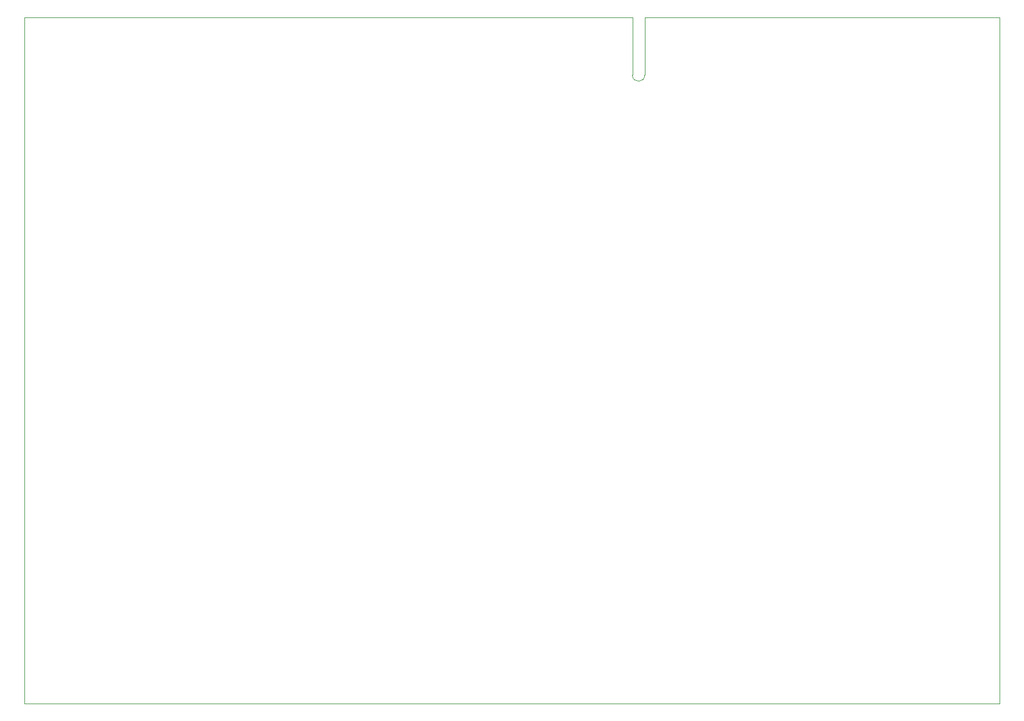
<source format=gm1>
%TF.GenerationSoftware,KiCad,Pcbnew,(5.1.8)-1*%
%TF.CreationDate,2020-12-05T18:28:33+00:00*%
%TF.ProjectId,ZX21,5a583231-2e6b-4696-9361-645f70636258,v01*%
%TF.SameCoordinates,Original*%
%TF.FileFunction,Profile,NP*%
%FSLAX46Y46*%
G04 Gerber Fmt 4.6, Leading zero omitted, Abs format (unit mm)*
G04 Created by KiCad (PCBNEW (5.1.8)-1) date 2020-12-05 18:28:33*
%MOMM*%
%LPD*%
G01*
G04 APERTURE LIST*
%TA.AperFunction,Profile*%
%ADD10C,0.050000*%
%TD*%
G04 APERTURE END LIST*
D10*
X121300000Y-45400000D02*
G75*
G02*
X119500000Y-45400000I-900000J0D01*
G01*
X119500000Y-37000000D02*
X119500000Y-45400000D01*
X121300000Y-37000000D02*
X121300000Y-45400000D01*
X119500000Y-37000000D02*
X31000000Y-37000000D01*
X121300000Y-37000000D02*
X173000000Y-37000000D01*
X31000000Y-137000000D02*
X31000000Y-37000000D01*
X173000000Y-137000000D02*
X31000000Y-137000000D01*
X173000000Y-37000000D02*
X173000000Y-137000000D01*
M02*

</source>
